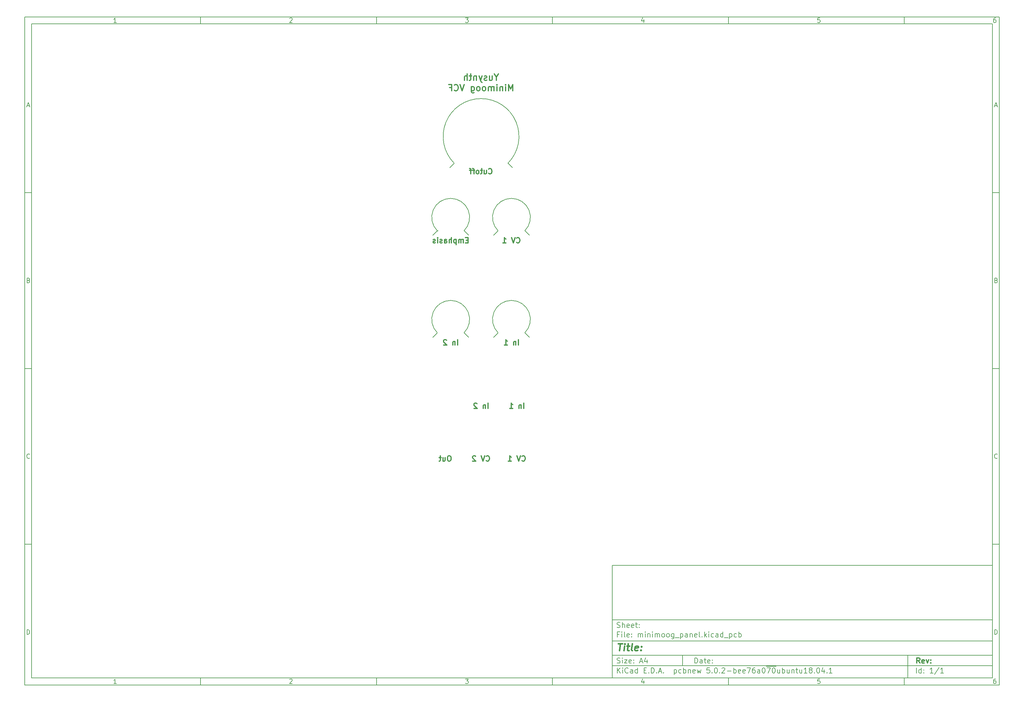
<source format=gbr>
G04 #@! TF.GenerationSoftware,KiCad,Pcbnew,5.0.2-bee76a0~70~ubuntu18.04.1*
G04 #@! TF.CreationDate,2019-05-15T10:05:18+10:00*
G04 #@! TF.ProjectId,minimoog_panel,6d696e69-6d6f-46f6-975f-70616e656c2e,rev?*
G04 #@! TF.SameCoordinates,Original*
G04 #@! TF.FileFunction,Legend,Bot*
G04 #@! TF.FilePolarity,Positive*
%FSLAX46Y46*%
G04 Gerber Fmt 4.6, Leading zero omitted, Abs format (unit mm)*
G04 Created by KiCad (PCBNEW 5.0.2-bee76a0~70~ubuntu18.04.1) date Wed 15 May 2019 10:05:18 AEST*
%MOMM*%
%LPD*%
G01*
G04 APERTURE LIST*
%ADD10C,0.100000*%
%ADD11C,0.150000*%
%ADD12C,0.300000*%
%ADD13C,0.400000*%
%ADD14C,0.200000*%
G04 APERTURE END LIST*
D10*
D11*
X177002200Y-166007200D02*
X177002200Y-198007200D01*
X285002200Y-198007200D01*
X285002200Y-166007200D01*
X177002200Y-166007200D01*
D10*
D11*
X10000000Y-10000000D02*
X10000000Y-200007200D01*
X287002200Y-200007200D01*
X287002200Y-10000000D01*
X10000000Y-10000000D01*
D10*
D11*
X12000000Y-12000000D02*
X12000000Y-198007200D01*
X285002200Y-198007200D01*
X285002200Y-12000000D01*
X12000000Y-12000000D01*
D10*
D11*
X60000000Y-12000000D02*
X60000000Y-10000000D01*
D10*
D11*
X110000000Y-12000000D02*
X110000000Y-10000000D01*
D10*
D11*
X160000000Y-12000000D02*
X160000000Y-10000000D01*
D10*
D11*
X210000000Y-12000000D02*
X210000000Y-10000000D01*
D10*
D11*
X260000000Y-12000000D02*
X260000000Y-10000000D01*
D10*
D11*
X36065476Y-11588095D02*
X35322619Y-11588095D01*
X35694047Y-11588095D02*
X35694047Y-10288095D01*
X35570238Y-10473809D01*
X35446428Y-10597619D01*
X35322619Y-10659523D01*
D10*
D11*
X85322619Y-10411904D02*
X85384523Y-10350000D01*
X85508333Y-10288095D01*
X85817857Y-10288095D01*
X85941666Y-10350000D01*
X86003571Y-10411904D01*
X86065476Y-10535714D01*
X86065476Y-10659523D01*
X86003571Y-10845238D01*
X85260714Y-11588095D01*
X86065476Y-11588095D01*
D10*
D11*
X135260714Y-10288095D02*
X136065476Y-10288095D01*
X135632142Y-10783333D01*
X135817857Y-10783333D01*
X135941666Y-10845238D01*
X136003571Y-10907142D01*
X136065476Y-11030952D01*
X136065476Y-11340476D01*
X136003571Y-11464285D01*
X135941666Y-11526190D01*
X135817857Y-11588095D01*
X135446428Y-11588095D01*
X135322619Y-11526190D01*
X135260714Y-11464285D01*
D10*
D11*
X185941666Y-10721428D02*
X185941666Y-11588095D01*
X185632142Y-10226190D02*
X185322619Y-11154761D01*
X186127380Y-11154761D01*
D10*
D11*
X236003571Y-10288095D02*
X235384523Y-10288095D01*
X235322619Y-10907142D01*
X235384523Y-10845238D01*
X235508333Y-10783333D01*
X235817857Y-10783333D01*
X235941666Y-10845238D01*
X236003571Y-10907142D01*
X236065476Y-11030952D01*
X236065476Y-11340476D01*
X236003571Y-11464285D01*
X235941666Y-11526190D01*
X235817857Y-11588095D01*
X235508333Y-11588095D01*
X235384523Y-11526190D01*
X235322619Y-11464285D01*
D10*
D11*
X285941666Y-10288095D02*
X285694047Y-10288095D01*
X285570238Y-10350000D01*
X285508333Y-10411904D01*
X285384523Y-10597619D01*
X285322619Y-10845238D01*
X285322619Y-11340476D01*
X285384523Y-11464285D01*
X285446428Y-11526190D01*
X285570238Y-11588095D01*
X285817857Y-11588095D01*
X285941666Y-11526190D01*
X286003571Y-11464285D01*
X286065476Y-11340476D01*
X286065476Y-11030952D01*
X286003571Y-10907142D01*
X285941666Y-10845238D01*
X285817857Y-10783333D01*
X285570238Y-10783333D01*
X285446428Y-10845238D01*
X285384523Y-10907142D01*
X285322619Y-11030952D01*
D10*
D11*
X60000000Y-198007200D02*
X60000000Y-200007200D01*
D10*
D11*
X110000000Y-198007200D02*
X110000000Y-200007200D01*
D10*
D11*
X160000000Y-198007200D02*
X160000000Y-200007200D01*
D10*
D11*
X210000000Y-198007200D02*
X210000000Y-200007200D01*
D10*
D11*
X260000000Y-198007200D02*
X260000000Y-200007200D01*
D10*
D11*
X36065476Y-199595295D02*
X35322619Y-199595295D01*
X35694047Y-199595295D02*
X35694047Y-198295295D01*
X35570238Y-198481009D01*
X35446428Y-198604819D01*
X35322619Y-198666723D01*
D10*
D11*
X85322619Y-198419104D02*
X85384523Y-198357200D01*
X85508333Y-198295295D01*
X85817857Y-198295295D01*
X85941666Y-198357200D01*
X86003571Y-198419104D01*
X86065476Y-198542914D01*
X86065476Y-198666723D01*
X86003571Y-198852438D01*
X85260714Y-199595295D01*
X86065476Y-199595295D01*
D10*
D11*
X135260714Y-198295295D02*
X136065476Y-198295295D01*
X135632142Y-198790533D01*
X135817857Y-198790533D01*
X135941666Y-198852438D01*
X136003571Y-198914342D01*
X136065476Y-199038152D01*
X136065476Y-199347676D01*
X136003571Y-199471485D01*
X135941666Y-199533390D01*
X135817857Y-199595295D01*
X135446428Y-199595295D01*
X135322619Y-199533390D01*
X135260714Y-199471485D01*
D10*
D11*
X185941666Y-198728628D02*
X185941666Y-199595295D01*
X185632142Y-198233390D02*
X185322619Y-199161961D01*
X186127380Y-199161961D01*
D10*
D11*
X236003571Y-198295295D02*
X235384523Y-198295295D01*
X235322619Y-198914342D01*
X235384523Y-198852438D01*
X235508333Y-198790533D01*
X235817857Y-198790533D01*
X235941666Y-198852438D01*
X236003571Y-198914342D01*
X236065476Y-199038152D01*
X236065476Y-199347676D01*
X236003571Y-199471485D01*
X235941666Y-199533390D01*
X235817857Y-199595295D01*
X235508333Y-199595295D01*
X235384523Y-199533390D01*
X235322619Y-199471485D01*
D10*
D11*
X285941666Y-198295295D02*
X285694047Y-198295295D01*
X285570238Y-198357200D01*
X285508333Y-198419104D01*
X285384523Y-198604819D01*
X285322619Y-198852438D01*
X285322619Y-199347676D01*
X285384523Y-199471485D01*
X285446428Y-199533390D01*
X285570238Y-199595295D01*
X285817857Y-199595295D01*
X285941666Y-199533390D01*
X286003571Y-199471485D01*
X286065476Y-199347676D01*
X286065476Y-199038152D01*
X286003571Y-198914342D01*
X285941666Y-198852438D01*
X285817857Y-198790533D01*
X285570238Y-198790533D01*
X285446428Y-198852438D01*
X285384523Y-198914342D01*
X285322619Y-199038152D01*
D10*
D11*
X10000000Y-60000000D02*
X12000000Y-60000000D01*
D10*
D11*
X10000000Y-110000000D02*
X12000000Y-110000000D01*
D10*
D11*
X10000000Y-160000000D02*
X12000000Y-160000000D01*
D10*
D11*
X10690476Y-35216666D02*
X11309523Y-35216666D01*
X10566666Y-35588095D02*
X11000000Y-34288095D01*
X11433333Y-35588095D01*
D10*
D11*
X11092857Y-84907142D02*
X11278571Y-84969047D01*
X11340476Y-85030952D01*
X11402380Y-85154761D01*
X11402380Y-85340476D01*
X11340476Y-85464285D01*
X11278571Y-85526190D01*
X11154761Y-85588095D01*
X10659523Y-85588095D01*
X10659523Y-84288095D01*
X11092857Y-84288095D01*
X11216666Y-84350000D01*
X11278571Y-84411904D01*
X11340476Y-84535714D01*
X11340476Y-84659523D01*
X11278571Y-84783333D01*
X11216666Y-84845238D01*
X11092857Y-84907142D01*
X10659523Y-84907142D01*
D10*
D11*
X11402380Y-135464285D02*
X11340476Y-135526190D01*
X11154761Y-135588095D01*
X11030952Y-135588095D01*
X10845238Y-135526190D01*
X10721428Y-135402380D01*
X10659523Y-135278571D01*
X10597619Y-135030952D01*
X10597619Y-134845238D01*
X10659523Y-134597619D01*
X10721428Y-134473809D01*
X10845238Y-134350000D01*
X11030952Y-134288095D01*
X11154761Y-134288095D01*
X11340476Y-134350000D01*
X11402380Y-134411904D01*
D10*
D11*
X10659523Y-185588095D02*
X10659523Y-184288095D01*
X10969047Y-184288095D01*
X11154761Y-184350000D01*
X11278571Y-184473809D01*
X11340476Y-184597619D01*
X11402380Y-184845238D01*
X11402380Y-185030952D01*
X11340476Y-185278571D01*
X11278571Y-185402380D01*
X11154761Y-185526190D01*
X10969047Y-185588095D01*
X10659523Y-185588095D01*
D10*
D11*
X287002200Y-60000000D02*
X285002200Y-60000000D01*
D10*
D11*
X287002200Y-110000000D02*
X285002200Y-110000000D01*
D10*
D11*
X287002200Y-160000000D02*
X285002200Y-160000000D01*
D10*
D11*
X285692676Y-35216666D02*
X286311723Y-35216666D01*
X285568866Y-35588095D02*
X286002200Y-34288095D01*
X286435533Y-35588095D01*
D10*
D11*
X286095057Y-84907142D02*
X286280771Y-84969047D01*
X286342676Y-85030952D01*
X286404580Y-85154761D01*
X286404580Y-85340476D01*
X286342676Y-85464285D01*
X286280771Y-85526190D01*
X286156961Y-85588095D01*
X285661723Y-85588095D01*
X285661723Y-84288095D01*
X286095057Y-84288095D01*
X286218866Y-84350000D01*
X286280771Y-84411904D01*
X286342676Y-84535714D01*
X286342676Y-84659523D01*
X286280771Y-84783333D01*
X286218866Y-84845238D01*
X286095057Y-84907142D01*
X285661723Y-84907142D01*
D10*
D11*
X286404580Y-135464285D02*
X286342676Y-135526190D01*
X286156961Y-135588095D01*
X286033152Y-135588095D01*
X285847438Y-135526190D01*
X285723628Y-135402380D01*
X285661723Y-135278571D01*
X285599819Y-135030952D01*
X285599819Y-134845238D01*
X285661723Y-134597619D01*
X285723628Y-134473809D01*
X285847438Y-134350000D01*
X286033152Y-134288095D01*
X286156961Y-134288095D01*
X286342676Y-134350000D01*
X286404580Y-134411904D01*
D10*
D11*
X285661723Y-185588095D02*
X285661723Y-184288095D01*
X285971247Y-184288095D01*
X286156961Y-184350000D01*
X286280771Y-184473809D01*
X286342676Y-184597619D01*
X286404580Y-184845238D01*
X286404580Y-185030952D01*
X286342676Y-185278571D01*
X286280771Y-185402380D01*
X286156961Y-185526190D01*
X285971247Y-185588095D01*
X285661723Y-185588095D01*
D10*
D11*
X200434342Y-193785771D02*
X200434342Y-192285771D01*
X200791485Y-192285771D01*
X201005771Y-192357200D01*
X201148628Y-192500057D01*
X201220057Y-192642914D01*
X201291485Y-192928628D01*
X201291485Y-193142914D01*
X201220057Y-193428628D01*
X201148628Y-193571485D01*
X201005771Y-193714342D01*
X200791485Y-193785771D01*
X200434342Y-193785771D01*
X202577200Y-193785771D02*
X202577200Y-193000057D01*
X202505771Y-192857200D01*
X202362914Y-192785771D01*
X202077200Y-192785771D01*
X201934342Y-192857200D01*
X202577200Y-193714342D02*
X202434342Y-193785771D01*
X202077200Y-193785771D01*
X201934342Y-193714342D01*
X201862914Y-193571485D01*
X201862914Y-193428628D01*
X201934342Y-193285771D01*
X202077200Y-193214342D01*
X202434342Y-193214342D01*
X202577200Y-193142914D01*
X203077200Y-192785771D02*
X203648628Y-192785771D01*
X203291485Y-192285771D02*
X203291485Y-193571485D01*
X203362914Y-193714342D01*
X203505771Y-193785771D01*
X203648628Y-193785771D01*
X204720057Y-193714342D02*
X204577200Y-193785771D01*
X204291485Y-193785771D01*
X204148628Y-193714342D01*
X204077200Y-193571485D01*
X204077200Y-193000057D01*
X204148628Y-192857200D01*
X204291485Y-192785771D01*
X204577200Y-192785771D01*
X204720057Y-192857200D01*
X204791485Y-193000057D01*
X204791485Y-193142914D01*
X204077200Y-193285771D01*
X205434342Y-193642914D02*
X205505771Y-193714342D01*
X205434342Y-193785771D01*
X205362914Y-193714342D01*
X205434342Y-193642914D01*
X205434342Y-193785771D01*
X205434342Y-192857200D02*
X205505771Y-192928628D01*
X205434342Y-193000057D01*
X205362914Y-192928628D01*
X205434342Y-192857200D01*
X205434342Y-193000057D01*
D10*
D11*
X177002200Y-194507200D02*
X285002200Y-194507200D01*
D10*
D11*
X178434342Y-196585771D02*
X178434342Y-195085771D01*
X179291485Y-196585771D02*
X178648628Y-195728628D01*
X179291485Y-195085771D02*
X178434342Y-195942914D01*
X179934342Y-196585771D02*
X179934342Y-195585771D01*
X179934342Y-195085771D02*
X179862914Y-195157200D01*
X179934342Y-195228628D01*
X180005771Y-195157200D01*
X179934342Y-195085771D01*
X179934342Y-195228628D01*
X181505771Y-196442914D02*
X181434342Y-196514342D01*
X181220057Y-196585771D01*
X181077200Y-196585771D01*
X180862914Y-196514342D01*
X180720057Y-196371485D01*
X180648628Y-196228628D01*
X180577200Y-195942914D01*
X180577200Y-195728628D01*
X180648628Y-195442914D01*
X180720057Y-195300057D01*
X180862914Y-195157200D01*
X181077200Y-195085771D01*
X181220057Y-195085771D01*
X181434342Y-195157200D01*
X181505771Y-195228628D01*
X182791485Y-196585771D02*
X182791485Y-195800057D01*
X182720057Y-195657200D01*
X182577200Y-195585771D01*
X182291485Y-195585771D01*
X182148628Y-195657200D01*
X182791485Y-196514342D02*
X182648628Y-196585771D01*
X182291485Y-196585771D01*
X182148628Y-196514342D01*
X182077200Y-196371485D01*
X182077200Y-196228628D01*
X182148628Y-196085771D01*
X182291485Y-196014342D01*
X182648628Y-196014342D01*
X182791485Y-195942914D01*
X184148628Y-196585771D02*
X184148628Y-195085771D01*
X184148628Y-196514342D02*
X184005771Y-196585771D01*
X183720057Y-196585771D01*
X183577200Y-196514342D01*
X183505771Y-196442914D01*
X183434342Y-196300057D01*
X183434342Y-195871485D01*
X183505771Y-195728628D01*
X183577200Y-195657200D01*
X183720057Y-195585771D01*
X184005771Y-195585771D01*
X184148628Y-195657200D01*
X186005771Y-195800057D02*
X186505771Y-195800057D01*
X186720057Y-196585771D02*
X186005771Y-196585771D01*
X186005771Y-195085771D01*
X186720057Y-195085771D01*
X187362914Y-196442914D02*
X187434342Y-196514342D01*
X187362914Y-196585771D01*
X187291485Y-196514342D01*
X187362914Y-196442914D01*
X187362914Y-196585771D01*
X188077200Y-196585771D02*
X188077200Y-195085771D01*
X188434342Y-195085771D01*
X188648628Y-195157200D01*
X188791485Y-195300057D01*
X188862914Y-195442914D01*
X188934342Y-195728628D01*
X188934342Y-195942914D01*
X188862914Y-196228628D01*
X188791485Y-196371485D01*
X188648628Y-196514342D01*
X188434342Y-196585771D01*
X188077200Y-196585771D01*
X189577200Y-196442914D02*
X189648628Y-196514342D01*
X189577200Y-196585771D01*
X189505771Y-196514342D01*
X189577200Y-196442914D01*
X189577200Y-196585771D01*
X190220057Y-196157200D02*
X190934342Y-196157200D01*
X190077200Y-196585771D02*
X190577200Y-195085771D01*
X191077200Y-196585771D01*
X191577200Y-196442914D02*
X191648628Y-196514342D01*
X191577200Y-196585771D01*
X191505771Y-196514342D01*
X191577200Y-196442914D01*
X191577200Y-196585771D01*
X194577200Y-195585771D02*
X194577200Y-197085771D01*
X194577200Y-195657200D02*
X194720057Y-195585771D01*
X195005771Y-195585771D01*
X195148628Y-195657200D01*
X195220057Y-195728628D01*
X195291485Y-195871485D01*
X195291485Y-196300057D01*
X195220057Y-196442914D01*
X195148628Y-196514342D01*
X195005771Y-196585771D01*
X194720057Y-196585771D01*
X194577200Y-196514342D01*
X196577200Y-196514342D02*
X196434342Y-196585771D01*
X196148628Y-196585771D01*
X196005771Y-196514342D01*
X195934342Y-196442914D01*
X195862914Y-196300057D01*
X195862914Y-195871485D01*
X195934342Y-195728628D01*
X196005771Y-195657200D01*
X196148628Y-195585771D01*
X196434342Y-195585771D01*
X196577200Y-195657200D01*
X197220057Y-196585771D02*
X197220057Y-195085771D01*
X197220057Y-195657200D02*
X197362914Y-195585771D01*
X197648628Y-195585771D01*
X197791485Y-195657200D01*
X197862914Y-195728628D01*
X197934342Y-195871485D01*
X197934342Y-196300057D01*
X197862914Y-196442914D01*
X197791485Y-196514342D01*
X197648628Y-196585771D01*
X197362914Y-196585771D01*
X197220057Y-196514342D01*
X198577200Y-195585771D02*
X198577200Y-196585771D01*
X198577200Y-195728628D02*
X198648628Y-195657200D01*
X198791485Y-195585771D01*
X199005771Y-195585771D01*
X199148628Y-195657200D01*
X199220057Y-195800057D01*
X199220057Y-196585771D01*
X200505771Y-196514342D02*
X200362914Y-196585771D01*
X200077200Y-196585771D01*
X199934342Y-196514342D01*
X199862914Y-196371485D01*
X199862914Y-195800057D01*
X199934342Y-195657200D01*
X200077200Y-195585771D01*
X200362914Y-195585771D01*
X200505771Y-195657200D01*
X200577200Y-195800057D01*
X200577200Y-195942914D01*
X199862914Y-196085771D01*
X201077200Y-195585771D02*
X201362914Y-196585771D01*
X201648628Y-195871485D01*
X201934342Y-196585771D01*
X202220057Y-195585771D01*
X204648628Y-195085771D02*
X203934342Y-195085771D01*
X203862914Y-195800057D01*
X203934342Y-195728628D01*
X204077200Y-195657200D01*
X204434342Y-195657200D01*
X204577200Y-195728628D01*
X204648628Y-195800057D01*
X204720057Y-195942914D01*
X204720057Y-196300057D01*
X204648628Y-196442914D01*
X204577200Y-196514342D01*
X204434342Y-196585771D01*
X204077200Y-196585771D01*
X203934342Y-196514342D01*
X203862914Y-196442914D01*
X205362914Y-196442914D02*
X205434342Y-196514342D01*
X205362914Y-196585771D01*
X205291485Y-196514342D01*
X205362914Y-196442914D01*
X205362914Y-196585771D01*
X206362914Y-195085771D02*
X206505771Y-195085771D01*
X206648628Y-195157200D01*
X206720057Y-195228628D01*
X206791485Y-195371485D01*
X206862914Y-195657200D01*
X206862914Y-196014342D01*
X206791485Y-196300057D01*
X206720057Y-196442914D01*
X206648628Y-196514342D01*
X206505771Y-196585771D01*
X206362914Y-196585771D01*
X206220057Y-196514342D01*
X206148628Y-196442914D01*
X206077200Y-196300057D01*
X206005771Y-196014342D01*
X206005771Y-195657200D01*
X206077200Y-195371485D01*
X206148628Y-195228628D01*
X206220057Y-195157200D01*
X206362914Y-195085771D01*
X207505771Y-196442914D02*
X207577200Y-196514342D01*
X207505771Y-196585771D01*
X207434342Y-196514342D01*
X207505771Y-196442914D01*
X207505771Y-196585771D01*
X208148628Y-195228628D02*
X208220057Y-195157200D01*
X208362914Y-195085771D01*
X208720057Y-195085771D01*
X208862914Y-195157200D01*
X208934342Y-195228628D01*
X209005771Y-195371485D01*
X209005771Y-195514342D01*
X208934342Y-195728628D01*
X208077200Y-196585771D01*
X209005771Y-196585771D01*
X209648628Y-196014342D02*
X210791485Y-196014342D01*
X211505771Y-196585771D02*
X211505771Y-195085771D01*
X211505771Y-195657200D02*
X211648628Y-195585771D01*
X211934342Y-195585771D01*
X212077200Y-195657200D01*
X212148628Y-195728628D01*
X212220057Y-195871485D01*
X212220057Y-196300057D01*
X212148628Y-196442914D01*
X212077200Y-196514342D01*
X211934342Y-196585771D01*
X211648628Y-196585771D01*
X211505771Y-196514342D01*
X213434342Y-196514342D02*
X213291485Y-196585771D01*
X213005771Y-196585771D01*
X212862914Y-196514342D01*
X212791485Y-196371485D01*
X212791485Y-195800057D01*
X212862914Y-195657200D01*
X213005771Y-195585771D01*
X213291485Y-195585771D01*
X213434342Y-195657200D01*
X213505771Y-195800057D01*
X213505771Y-195942914D01*
X212791485Y-196085771D01*
X214720057Y-196514342D02*
X214577200Y-196585771D01*
X214291485Y-196585771D01*
X214148628Y-196514342D01*
X214077200Y-196371485D01*
X214077200Y-195800057D01*
X214148628Y-195657200D01*
X214291485Y-195585771D01*
X214577200Y-195585771D01*
X214720057Y-195657200D01*
X214791485Y-195800057D01*
X214791485Y-195942914D01*
X214077200Y-196085771D01*
X215291485Y-195085771D02*
X216291485Y-195085771D01*
X215648628Y-196585771D01*
X217505771Y-195085771D02*
X217220057Y-195085771D01*
X217077200Y-195157200D01*
X217005771Y-195228628D01*
X216862914Y-195442914D01*
X216791485Y-195728628D01*
X216791485Y-196300057D01*
X216862914Y-196442914D01*
X216934342Y-196514342D01*
X217077200Y-196585771D01*
X217362914Y-196585771D01*
X217505771Y-196514342D01*
X217577200Y-196442914D01*
X217648628Y-196300057D01*
X217648628Y-195942914D01*
X217577200Y-195800057D01*
X217505771Y-195728628D01*
X217362914Y-195657200D01*
X217077200Y-195657200D01*
X216934342Y-195728628D01*
X216862914Y-195800057D01*
X216791485Y-195942914D01*
X218934342Y-196585771D02*
X218934342Y-195800057D01*
X218862914Y-195657200D01*
X218720057Y-195585771D01*
X218434342Y-195585771D01*
X218291485Y-195657200D01*
X218934342Y-196514342D02*
X218791485Y-196585771D01*
X218434342Y-196585771D01*
X218291485Y-196514342D01*
X218220057Y-196371485D01*
X218220057Y-196228628D01*
X218291485Y-196085771D01*
X218434342Y-196014342D01*
X218791485Y-196014342D01*
X218934342Y-195942914D01*
X219934342Y-195085771D02*
X220077200Y-195085771D01*
X220220057Y-195157200D01*
X220291485Y-195228628D01*
X220362914Y-195371485D01*
X220434342Y-195657200D01*
X220434342Y-196014342D01*
X220362914Y-196300057D01*
X220291485Y-196442914D01*
X220220057Y-196514342D01*
X220077200Y-196585771D01*
X219934342Y-196585771D01*
X219791485Y-196514342D01*
X219720057Y-196442914D01*
X219648628Y-196300057D01*
X219577200Y-196014342D01*
X219577200Y-195657200D01*
X219648628Y-195371485D01*
X219720057Y-195228628D01*
X219791485Y-195157200D01*
X219934342Y-195085771D01*
X220720057Y-194677200D02*
X222148628Y-194677200D01*
X220934342Y-195085771D02*
X221934342Y-195085771D01*
X221291485Y-196585771D01*
X222148628Y-194677200D02*
X223577200Y-194677200D01*
X222791485Y-195085771D02*
X222934342Y-195085771D01*
X223077200Y-195157200D01*
X223148628Y-195228628D01*
X223220057Y-195371485D01*
X223291485Y-195657200D01*
X223291485Y-196014342D01*
X223220057Y-196300057D01*
X223148628Y-196442914D01*
X223077200Y-196514342D01*
X222934342Y-196585771D01*
X222791485Y-196585771D01*
X222648628Y-196514342D01*
X222577200Y-196442914D01*
X222505771Y-196300057D01*
X222434342Y-196014342D01*
X222434342Y-195657200D01*
X222505771Y-195371485D01*
X222577200Y-195228628D01*
X222648628Y-195157200D01*
X222791485Y-195085771D01*
X224577200Y-195585771D02*
X224577200Y-196585771D01*
X223934342Y-195585771D02*
X223934342Y-196371485D01*
X224005771Y-196514342D01*
X224148628Y-196585771D01*
X224362914Y-196585771D01*
X224505771Y-196514342D01*
X224577200Y-196442914D01*
X225291485Y-196585771D02*
X225291485Y-195085771D01*
X225291485Y-195657200D02*
X225434342Y-195585771D01*
X225720057Y-195585771D01*
X225862914Y-195657200D01*
X225934342Y-195728628D01*
X226005771Y-195871485D01*
X226005771Y-196300057D01*
X225934342Y-196442914D01*
X225862914Y-196514342D01*
X225720057Y-196585771D01*
X225434342Y-196585771D01*
X225291485Y-196514342D01*
X227291485Y-195585771D02*
X227291485Y-196585771D01*
X226648628Y-195585771D02*
X226648628Y-196371485D01*
X226720057Y-196514342D01*
X226862914Y-196585771D01*
X227077200Y-196585771D01*
X227220057Y-196514342D01*
X227291485Y-196442914D01*
X228005771Y-195585771D02*
X228005771Y-196585771D01*
X228005771Y-195728628D02*
X228077200Y-195657200D01*
X228220057Y-195585771D01*
X228434342Y-195585771D01*
X228577200Y-195657200D01*
X228648628Y-195800057D01*
X228648628Y-196585771D01*
X229148628Y-195585771D02*
X229720057Y-195585771D01*
X229362914Y-195085771D02*
X229362914Y-196371485D01*
X229434342Y-196514342D01*
X229577200Y-196585771D01*
X229720057Y-196585771D01*
X230862914Y-195585771D02*
X230862914Y-196585771D01*
X230220057Y-195585771D02*
X230220057Y-196371485D01*
X230291485Y-196514342D01*
X230434342Y-196585771D01*
X230648628Y-196585771D01*
X230791485Y-196514342D01*
X230862914Y-196442914D01*
X232362914Y-196585771D02*
X231505771Y-196585771D01*
X231934342Y-196585771D02*
X231934342Y-195085771D01*
X231791485Y-195300057D01*
X231648628Y-195442914D01*
X231505771Y-195514342D01*
X233220057Y-195728628D02*
X233077200Y-195657200D01*
X233005771Y-195585771D01*
X232934342Y-195442914D01*
X232934342Y-195371485D01*
X233005771Y-195228628D01*
X233077200Y-195157200D01*
X233220057Y-195085771D01*
X233505771Y-195085771D01*
X233648628Y-195157200D01*
X233720057Y-195228628D01*
X233791485Y-195371485D01*
X233791485Y-195442914D01*
X233720057Y-195585771D01*
X233648628Y-195657200D01*
X233505771Y-195728628D01*
X233220057Y-195728628D01*
X233077200Y-195800057D01*
X233005771Y-195871485D01*
X232934342Y-196014342D01*
X232934342Y-196300057D01*
X233005771Y-196442914D01*
X233077200Y-196514342D01*
X233220057Y-196585771D01*
X233505771Y-196585771D01*
X233648628Y-196514342D01*
X233720057Y-196442914D01*
X233791485Y-196300057D01*
X233791485Y-196014342D01*
X233720057Y-195871485D01*
X233648628Y-195800057D01*
X233505771Y-195728628D01*
X234434342Y-196442914D02*
X234505771Y-196514342D01*
X234434342Y-196585771D01*
X234362914Y-196514342D01*
X234434342Y-196442914D01*
X234434342Y-196585771D01*
X235434342Y-195085771D02*
X235577200Y-195085771D01*
X235720057Y-195157200D01*
X235791485Y-195228628D01*
X235862914Y-195371485D01*
X235934342Y-195657200D01*
X235934342Y-196014342D01*
X235862914Y-196300057D01*
X235791485Y-196442914D01*
X235720057Y-196514342D01*
X235577200Y-196585771D01*
X235434342Y-196585771D01*
X235291485Y-196514342D01*
X235220057Y-196442914D01*
X235148628Y-196300057D01*
X235077200Y-196014342D01*
X235077200Y-195657200D01*
X235148628Y-195371485D01*
X235220057Y-195228628D01*
X235291485Y-195157200D01*
X235434342Y-195085771D01*
X237220057Y-195585771D02*
X237220057Y-196585771D01*
X236862914Y-195014342D02*
X236505771Y-196085771D01*
X237434342Y-196085771D01*
X238005771Y-196442914D02*
X238077199Y-196514342D01*
X238005771Y-196585771D01*
X237934342Y-196514342D01*
X238005771Y-196442914D01*
X238005771Y-196585771D01*
X239505771Y-196585771D02*
X238648628Y-196585771D01*
X239077200Y-196585771D02*
X239077200Y-195085771D01*
X238934342Y-195300057D01*
X238791485Y-195442914D01*
X238648628Y-195514342D01*
D10*
D11*
X177002200Y-191507200D02*
X285002200Y-191507200D01*
D10*
D12*
X264411485Y-193785771D02*
X263911485Y-193071485D01*
X263554342Y-193785771D02*
X263554342Y-192285771D01*
X264125771Y-192285771D01*
X264268628Y-192357200D01*
X264340057Y-192428628D01*
X264411485Y-192571485D01*
X264411485Y-192785771D01*
X264340057Y-192928628D01*
X264268628Y-193000057D01*
X264125771Y-193071485D01*
X263554342Y-193071485D01*
X265625771Y-193714342D02*
X265482914Y-193785771D01*
X265197200Y-193785771D01*
X265054342Y-193714342D01*
X264982914Y-193571485D01*
X264982914Y-193000057D01*
X265054342Y-192857200D01*
X265197200Y-192785771D01*
X265482914Y-192785771D01*
X265625771Y-192857200D01*
X265697200Y-193000057D01*
X265697200Y-193142914D01*
X264982914Y-193285771D01*
X266197200Y-192785771D02*
X266554342Y-193785771D01*
X266911485Y-192785771D01*
X267482914Y-193642914D02*
X267554342Y-193714342D01*
X267482914Y-193785771D01*
X267411485Y-193714342D01*
X267482914Y-193642914D01*
X267482914Y-193785771D01*
X267482914Y-192857200D02*
X267554342Y-192928628D01*
X267482914Y-193000057D01*
X267411485Y-192928628D01*
X267482914Y-192857200D01*
X267482914Y-193000057D01*
D10*
D11*
X178362914Y-193714342D02*
X178577200Y-193785771D01*
X178934342Y-193785771D01*
X179077200Y-193714342D01*
X179148628Y-193642914D01*
X179220057Y-193500057D01*
X179220057Y-193357200D01*
X179148628Y-193214342D01*
X179077200Y-193142914D01*
X178934342Y-193071485D01*
X178648628Y-193000057D01*
X178505771Y-192928628D01*
X178434342Y-192857200D01*
X178362914Y-192714342D01*
X178362914Y-192571485D01*
X178434342Y-192428628D01*
X178505771Y-192357200D01*
X178648628Y-192285771D01*
X179005771Y-192285771D01*
X179220057Y-192357200D01*
X179862914Y-193785771D02*
X179862914Y-192785771D01*
X179862914Y-192285771D02*
X179791485Y-192357200D01*
X179862914Y-192428628D01*
X179934342Y-192357200D01*
X179862914Y-192285771D01*
X179862914Y-192428628D01*
X180434342Y-192785771D02*
X181220057Y-192785771D01*
X180434342Y-193785771D01*
X181220057Y-193785771D01*
X182362914Y-193714342D02*
X182220057Y-193785771D01*
X181934342Y-193785771D01*
X181791485Y-193714342D01*
X181720057Y-193571485D01*
X181720057Y-193000057D01*
X181791485Y-192857200D01*
X181934342Y-192785771D01*
X182220057Y-192785771D01*
X182362914Y-192857200D01*
X182434342Y-193000057D01*
X182434342Y-193142914D01*
X181720057Y-193285771D01*
X183077200Y-193642914D02*
X183148628Y-193714342D01*
X183077200Y-193785771D01*
X183005771Y-193714342D01*
X183077200Y-193642914D01*
X183077200Y-193785771D01*
X183077200Y-192857200D02*
X183148628Y-192928628D01*
X183077200Y-193000057D01*
X183005771Y-192928628D01*
X183077200Y-192857200D01*
X183077200Y-193000057D01*
X184862914Y-193357200D02*
X185577200Y-193357200D01*
X184720057Y-193785771D02*
X185220057Y-192285771D01*
X185720057Y-193785771D01*
X186862914Y-192785771D02*
X186862914Y-193785771D01*
X186505771Y-192214342D02*
X186148628Y-193285771D01*
X187077200Y-193285771D01*
D10*
D11*
X263434342Y-196585771D02*
X263434342Y-195085771D01*
X264791485Y-196585771D02*
X264791485Y-195085771D01*
X264791485Y-196514342D02*
X264648628Y-196585771D01*
X264362914Y-196585771D01*
X264220057Y-196514342D01*
X264148628Y-196442914D01*
X264077200Y-196300057D01*
X264077200Y-195871485D01*
X264148628Y-195728628D01*
X264220057Y-195657200D01*
X264362914Y-195585771D01*
X264648628Y-195585771D01*
X264791485Y-195657200D01*
X265505771Y-196442914D02*
X265577200Y-196514342D01*
X265505771Y-196585771D01*
X265434342Y-196514342D01*
X265505771Y-196442914D01*
X265505771Y-196585771D01*
X265505771Y-195657200D02*
X265577200Y-195728628D01*
X265505771Y-195800057D01*
X265434342Y-195728628D01*
X265505771Y-195657200D01*
X265505771Y-195800057D01*
X268148628Y-196585771D02*
X267291485Y-196585771D01*
X267720057Y-196585771D02*
X267720057Y-195085771D01*
X267577200Y-195300057D01*
X267434342Y-195442914D01*
X267291485Y-195514342D01*
X269862914Y-195014342D02*
X268577200Y-196942914D01*
X271148628Y-196585771D02*
X270291485Y-196585771D01*
X270720057Y-196585771D02*
X270720057Y-195085771D01*
X270577200Y-195300057D01*
X270434342Y-195442914D01*
X270291485Y-195514342D01*
D10*
D11*
X177002200Y-187507200D02*
X285002200Y-187507200D01*
D10*
D13*
X178714580Y-188211961D02*
X179857438Y-188211961D01*
X179036009Y-190211961D02*
X179286009Y-188211961D01*
X180274104Y-190211961D02*
X180440771Y-188878628D01*
X180524104Y-188211961D02*
X180416961Y-188307200D01*
X180500295Y-188402438D01*
X180607438Y-188307200D01*
X180524104Y-188211961D01*
X180500295Y-188402438D01*
X181107438Y-188878628D02*
X181869342Y-188878628D01*
X181476485Y-188211961D02*
X181262200Y-189926247D01*
X181333628Y-190116723D01*
X181512200Y-190211961D01*
X181702676Y-190211961D01*
X182655057Y-190211961D02*
X182476485Y-190116723D01*
X182405057Y-189926247D01*
X182619342Y-188211961D01*
X184190771Y-190116723D02*
X183988390Y-190211961D01*
X183607438Y-190211961D01*
X183428866Y-190116723D01*
X183357438Y-189926247D01*
X183452676Y-189164342D01*
X183571723Y-188973866D01*
X183774104Y-188878628D01*
X184155057Y-188878628D01*
X184333628Y-188973866D01*
X184405057Y-189164342D01*
X184381247Y-189354819D01*
X183405057Y-189545295D01*
X185155057Y-190021485D02*
X185238390Y-190116723D01*
X185131247Y-190211961D01*
X185047914Y-190116723D01*
X185155057Y-190021485D01*
X185131247Y-190211961D01*
X185286009Y-188973866D02*
X185369342Y-189069104D01*
X185262200Y-189164342D01*
X185178866Y-189069104D01*
X185286009Y-188973866D01*
X185262200Y-189164342D01*
D10*
D11*
X178934342Y-185600057D02*
X178434342Y-185600057D01*
X178434342Y-186385771D02*
X178434342Y-184885771D01*
X179148628Y-184885771D01*
X179720057Y-186385771D02*
X179720057Y-185385771D01*
X179720057Y-184885771D02*
X179648628Y-184957200D01*
X179720057Y-185028628D01*
X179791485Y-184957200D01*
X179720057Y-184885771D01*
X179720057Y-185028628D01*
X180648628Y-186385771D02*
X180505771Y-186314342D01*
X180434342Y-186171485D01*
X180434342Y-184885771D01*
X181791485Y-186314342D02*
X181648628Y-186385771D01*
X181362914Y-186385771D01*
X181220057Y-186314342D01*
X181148628Y-186171485D01*
X181148628Y-185600057D01*
X181220057Y-185457200D01*
X181362914Y-185385771D01*
X181648628Y-185385771D01*
X181791485Y-185457200D01*
X181862914Y-185600057D01*
X181862914Y-185742914D01*
X181148628Y-185885771D01*
X182505771Y-186242914D02*
X182577200Y-186314342D01*
X182505771Y-186385771D01*
X182434342Y-186314342D01*
X182505771Y-186242914D01*
X182505771Y-186385771D01*
X182505771Y-185457200D02*
X182577200Y-185528628D01*
X182505771Y-185600057D01*
X182434342Y-185528628D01*
X182505771Y-185457200D01*
X182505771Y-185600057D01*
X184362914Y-186385771D02*
X184362914Y-185385771D01*
X184362914Y-185528628D02*
X184434342Y-185457200D01*
X184577200Y-185385771D01*
X184791485Y-185385771D01*
X184934342Y-185457200D01*
X185005771Y-185600057D01*
X185005771Y-186385771D01*
X185005771Y-185600057D02*
X185077200Y-185457200D01*
X185220057Y-185385771D01*
X185434342Y-185385771D01*
X185577200Y-185457200D01*
X185648628Y-185600057D01*
X185648628Y-186385771D01*
X186362914Y-186385771D02*
X186362914Y-185385771D01*
X186362914Y-184885771D02*
X186291485Y-184957200D01*
X186362914Y-185028628D01*
X186434342Y-184957200D01*
X186362914Y-184885771D01*
X186362914Y-185028628D01*
X187077200Y-185385771D02*
X187077200Y-186385771D01*
X187077200Y-185528628D02*
X187148628Y-185457200D01*
X187291485Y-185385771D01*
X187505771Y-185385771D01*
X187648628Y-185457200D01*
X187720057Y-185600057D01*
X187720057Y-186385771D01*
X188434342Y-186385771D02*
X188434342Y-185385771D01*
X188434342Y-184885771D02*
X188362914Y-184957200D01*
X188434342Y-185028628D01*
X188505771Y-184957200D01*
X188434342Y-184885771D01*
X188434342Y-185028628D01*
X189148628Y-186385771D02*
X189148628Y-185385771D01*
X189148628Y-185528628D02*
X189220057Y-185457200D01*
X189362914Y-185385771D01*
X189577200Y-185385771D01*
X189720057Y-185457200D01*
X189791485Y-185600057D01*
X189791485Y-186385771D01*
X189791485Y-185600057D02*
X189862914Y-185457200D01*
X190005771Y-185385771D01*
X190220057Y-185385771D01*
X190362914Y-185457200D01*
X190434342Y-185600057D01*
X190434342Y-186385771D01*
X191362914Y-186385771D02*
X191220057Y-186314342D01*
X191148628Y-186242914D01*
X191077200Y-186100057D01*
X191077200Y-185671485D01*
X191148628Y-185528628D01*
X191220057Y-185457200D01*
X191362914Y-185385771D01*
X191577200Y-185385771D01*
X191720057Y-185457200D01*
X191791485Y-185528628D01*
X191862914Y-185671485D01*
X191862914Y-186100057D01*
X191791485Y-186242914D01*
X191720057Y-186314342D01*
X191577200Y-186385771D01*
X191362914Y-186385771D01*
X192720057Y-186385771D02*
X192577200Y-186314342D01*
X192505771Y-186242914D01*
X192434342Y-186100057D01*
X192434342Y-185671485D01*
X192505771Y-185528628D01*
X192577200Y-185457200D01*
X192720057Y-185385771D01*
X192934342Y-185385771D01*
X193077200Y-185457200D01*
X193148628Y-185528628D01*
X193220057Y-185671485D01*
X193220057Y-186100057D01*
X193148628Y-186242914D01*
X193077200Y-186314342D01*
X192934342Y-186385771D01*
X192720057Y-186385771D01*
X194505771Y-185385771D02*
X194505771Y-186600057D01*
X194434342Y-186742914D01*
X194362914Y-186814342D01*
X194220057Y-186885771D01*
X194005771Y-186885771D01*
X193862914Y-186814342D01*
X194505771Y-186314342D02*
X194362914Y-186385771D01*
X194077200Y-186385771D01*
X193934342Y-186314342D01*
X193862914Y-186242914D01*
X193791485Y-186100057D01*
X193791485Y-185671485D01*
X193862914Y-185528628D01*
X193934342Y-185457200D01*
X194077200Y-185385771D01*
X194362914Y-185385771D01*
X194505771Y-185457200D01*
X194862914Y-186528628D02*
X196005771Y-186528628D01*
X196362914Y-185385771D02*
X196362914Y-186885771D01*
X196362914Y-185457200D02*
X196505771Y-185385771D01*
X196791485Y-185385771D01*
X196934342Y-185457200D01*
X197005771Y-185528628D01*
X197077200Y-185671485D01*
X197077200Y-186100057D01*
X197005771Y-186242914D01*
X196934342Y-186314342D01*
X196791485Y-186385771D01*
X196505771Y-186385771D01*
X196362914Y-186314342D01*
X198362914Y-186385771D02*
X198362914Y-185600057D01*
X198291485Y-185457200D01*
X198148628Y-185385771D01*
X197862914Y-185385771D01*
X197720057Y-185457200D01*
X198362914Y-186314342D02*
X198220057Y-186385771D01*
X197862914Y-186385771D01*
X197720057Y-186314342D01*
X197648628Y-186171485D01*
X197648628Y-186028628D01*
X197720057Y-185885771D01*
X197862914Y-185814342D01*
X198220057Y-185814342D01*
X198362914Y-185742914D01*
X199077200Y-185385771D02*
X199077200Y-186385771D01*
X199077200Y-185528628D02*
X199148628Y-185457200D01*
X199291485Y-185385771D01*
X199505771Y-185385771D01*
X199648628Y-185457200D01*
X199720057Y-185600057D01*
X199720057Y-186385771D01*
X201005771Y-186314342D02*
X200862914Y-186385771D01*
X200577200Y-186385771D01*
X200434342Y-186314342D01*
X200362914Y-186171485D01*
X200362914Y-185600057D01*
X200434342Y-185457200D01*
X200577200Y-185385771D01*
X200862914Y-185385771D01*
X201005771Y-185457200D01*
X201077200Y-185600057D01*
X201077200Y-185742914D01*
X200362914Y-185885771D01*
X201934342Y-186385771D02*
X201791485Y-186314342D01*
X201720057Y-186171485D01*
X201720057Y-184885771D01*
X202505771Y-186242914D02*
X202577200Y-186314342D01*
X202505771Y-186385771D01*
X202434342Y-186314342D01*
X202505771Y-186242914D01*
X202505771Y-186385771D01*
X203220057Y-186385771D02*
X203220057Y-184885771D01*
X203362914Y-185814342D02*
X203791485Y-186385771D01*
X203791485Y-185385771D02*
X203220057Y-185957200D01*
X204434342Y-186385771D02*
X204434342Y-185385771D01*
X204434342Y-184885771D02*
X204362914Y-184957200D01*
X204434342Y-185028628D01*
X204505771Y-184957200D01*
X204434342Y-184885771D01*
X204434342Y-185028628D01*
X205791485Y-186314342D02*
X205648628Y-186385771D01*
X205362914Y-186385771D01*
X205220057Y-186314342D01*
X205148628Y-186242914D01*
X205077200Y-186100057D01*
X205077200Y-185671485D01*
X205148628Y-185528628D01*
X205220057Y-185457200D01*
X205362914Y-185385771D01*
X205648628Y-185385771D01*
X205791485Y-185457200D01*
X207077200Y-186385771D02*
X207077200Y-185600057D01*
X207005771Y-185457200D01*
X206862914Y-185385771D01*
X206577200Y-185385771D01*
X206434342Y-185457200D01*
X207077200Y-186314342D02*
X206934342Y-186385771D01*
X206577200Y-186385771D01*
X206434342Y-186314342D01*
X206362914Y-186171485D01*
X206362914Y-186028628D01*
X206434342Y-185885771D01*
X206577200Y-185814342D01*
X206934342Y-185814342D01*
X207077200Y-185742914D01*
X208434342Y-186385771D02*
X208434342Y-184885771D01*
X208434342Y-186314342D02*
X208291485Y-186385771D01*
X208005771Y-186385771D01*
X207862914Y-186314342D01*
X207791485Y-186242914D01*
X207720057Y-186100057D01*
X207720057Y-185671485D01*
X207791485Y-185528628D01*
X207862914Y-185457200D01*
X208005771Y-185385771D01*
X208291485Y-185385771D01*
X208434342Y-185457200D01*
X208791485Y-186528628D02*
X209934342Y-186528628D01*
X210291485Y-185385771D02*
X210291485Y-186885771D01*
X210291485Y-185457200D02*
X210434342Y-185385771D01*
X210720057Y-185385771D01*
X210862914Y-185457200D01*
X210934342Y-185528628D01*
X211005771Y-185671485D01*
X211005771Y-186100057D01*
X210934342Y-186242914D01*
X210862914Y-186314342D01*
X210720057Y-186385771D01*
X210434342Y-186385771D01*
X210291485Y-186314342D01*
X212291485Y-186314342D02*
X212148628Y-186385771D01*
X211862914Y-186385771D01*
X211720057Y-186314342D01*
X211648628Y-186242914D01*
X211577200Y-186100057D01*
X211577200Y-185671485D01*
X211648628Y-185528628D01*
X211720057Y-185457200D01*
X211862914Y-185385771D01*
X212148628Y-185385771D01*
X212291485Y-185457200D01*
X212934342Y-186385771D02*
X212934342Y-184885771D01*
X212934342Y-185457200D02*
X213077200Y-185385771D01*
X213362914Y-185385771D01*
X213505771Y-185457200D01*
X213577200Y-185528628D01*
X213648628Y-185671485D01*
X213648628Y-186100057D01*
X213577200Y-186242914D01*
X213505771Y-186314342D01*
X213362914Y-186385771D01*
X213077200Y-186385771D01*
X212934342Y-186314342D01*
D10*
D11*
X177002200Y-181507200D02*
X285002200Y-181507200D01*
D10*
D11*
X178362914Y-183614342D02*
X178577200Y-183685771D01*
X178934342Y-183685771D01*
X179077200Y-183614342D01*
X179148628Y-183542914D01*
X179220057Y-183400057D01*
X179220057Y-183257200D01*
X179148628Y-183114342D01*
X179077200Y-183042914D01*
X178934342Y-182971485D01*
X178648628Y-182900057D01*
X178505771Y-182828628D01*
X178434342Y-182757200D01*
X178362914Y-182614342D01*
X178362914Y-182471485D01*
X178434342Y-182328628D01*
X178505771Y-182257200D01*
X178648628Y-182185771D01*
X179005771Y-182185771D01*
X179220057Y-182257200D01*
X179862914Y-183685771D02*
X179862914Y-182185771D01*
X180505771Y-183685771D02*
X180505771Y-182900057D01*
X180434342Y-182757200D01*
X180291485Y-182685771D01*
X180077200Y-182685771D01*
X179934342Y-182757200D01*
X179862914Y-182828628D01*
X181791485Y-183614342D02*
X181648628Y-183685771D01*
X181362914Y-183685771D01*
X181220057Y-183614342D01*
X181148628Y-183471485D01*
X181148628Y-182900057D01*
X181220057Y-182757200D01*
X181362914Y-182685771D01*
X181648628Y-182685771D01*
X181791485Y-182757200D01*
X181862914Y-182900057D01*
X181862914Y-183042914D01*
X181148628Y-183185771D01*
X183077200Y-183614342D02*
X182934342Y-183685771D01*
X182648628Y-183685771D01*
X182505771Y-183614342D01*
X182434342Y-183471485D01*
X182434342Y-182900057D01*
X182505771Y-182757200D01*
X182648628Y-182685771D01*
X182934342Y-182685771D01*
X183077200Y-182757200D01*
X183148628Y-182900057D01*
X183148628Y-183042914D01*
X182434342Y-183185771D01*
X183577200Y-182685771D02*
X184148628Y-182685771D01*
X183791485Y-182185771D02*
X183791485Y-183471485D01*
X183862914Y-183614342D01*
X184005771Y-183685771D01*
X184148628Y-183685771D01*
X184648628Y-183542914D02*
X184720057Y-183614342D01*
X184648628Y-183685771D01*
X184577200Y-183614342D01*
X184648628Y-183542914D01*
X184648628Y-183685771D01*
X184648628Y-182757200D02*
X184720057Y-182828628D01*
X184648628Y-182900057D01*
X184577200Y-182828628D01*
X184648628Y-182757200D01*
X184648628Y-182900057D01*
D10*
D11*
X197002200Y-191507200D02*
X197002200Y-194507200D01*
D10*
D11*
X261002200Y-191507200D02*
X261002200Y-198007200D01*
D14*
X127508000Y-70739000D02*
X127381000Y-70866000D01*
D12*
X144071428Y-27159142D02*
X144071428Y-28016285D01*
X144671428Y-26216285D02*
X144071428Y-27159142D01*
X143471428Y-26216285D01*
X142100000Y-26816285D02*
X142100000Y-28016285D01*
X142871428Y-26816285D02*
X142871428Y-27759142D01*
X142785714Y-27930571D01*
X142614285Y-28016285D01*
X142357142Y-28016285D01*
X142185714Y-27930571D01*
X142100000Y-27844857D01*
X141328571Y-27930571D02*
X141157142Y-28016285D01*
X140814285Y-28016285D01*
X140642857Y-27930571D01*
X140557142Y-27759142D01*
X140557142Y-27673428D01*
X140642857Y-27502000D01*
X140814285Y-27416285D01*
X141071428Y-27416285D01*
X141242857Y-27330571D01*
X141328571Y-27159142D01*
X141328571Y-27073428D01*
X141242857Y-26902000D01*
X141071428Y-26816285D01*
X140814285Y-26816285D01*
X140642857Y-26902000D01*
X139957142Y-26816285D02*
X139528571Y-28016285D01*
X139100000Y-26816285D02*
X139528571Y-28016285D01*
X139700000Y-28444857D01*
X139785714Y-28530571D01*
X139957142Y-28616285D01*
X138414285Y-26816285D02*
X138414285Y-28016285D01*
X138414285Y-26987714D02*
X138328571Y-26902000D01*
X138157142Y-26816285D01*
X137900000Y-26816285D01*
X137728571Y-26902000D01*
X137642857Y-27073428D01*
X137642857Y-28016285D01*
X137042857Y-26816285D02*
X136357142Y-26816285D01*
X136785714Y-26216285D02*
X136785714Y-27759142D01*
X136700000Y-27930571D01*
X136528571Y-28016285D01*
X136357142Y-28016285D01*
X135757142Y-28016285D02*
X135757142Y-26216285D01*
X134985714Y-28016285D02*
X134985714Y-27073428D01*
X135071428Y-26902000D01*
X135242857Y-26816285D01*
X135500000Y-26816285D01*
X135671428Y-26902000D01*
X135757142Y-26987714D01*
X148742857Y-31016285D02*
X148742857Y-29216285D01*
X148142857Y-30502000D01*
X147542857Y-29216285D01*
X147542857Y-31016285D01*
X146685714Y-31016285D02*
X146685714Y-29816285D01*
X146685714Y-29216285D02*
X146771428Y-29302000D01*
X146685714Y-29387714D01*
X146600000Y-29302000D01*
X146685714Y-29216285D01*
X146685714Y-29387714D01*
X145828571Y-29816285D02*
X145828571Y-31016285D01*
X145828571Y-29987714D02*
X145742857Y-29902000D01*
X145571428Y-29816285D01*
X145314285Y-29816285D01*
X145142857Y-29902000D01*
X145057142Y-30073428D01*
X145057142Y-31016285D01*
X144200000Y-31016285D02*
X144200000Y-29816285D01*
X144200000Y-29216285D02*
X144285714Y-29302000D01*
X144200000Y-29387714D01*
X144114285Y-29302000D01*
X144200000Y-29216285D01*
X144200000Y-29387714D01*
X143342857Y-31016285D02*
X143342857Y-29816285D01*
X143342857Y-29987714D02*
X143257142Y-29902000D01*
X143085714Y-29816285D01*
X142828571Y-29816285D01*
X142657142Y-29902000D01*
X142571428Y-30073428D01*
X142571428Y-31016285D01*
X142571428Y-30073428D02*
X142485714Y-29902000D01*
X142314285Y-29816285D01*
X142057142Y-29816285D01*
X141885714Y-29902000D01*
X141800000Y-30073428D01*
X141800000Y-31016285D01*
X140685714Y-31016285D02*
X140857142Y-30930571D01*
X140942857Y-30844857D01*
X141028571Y-30673428D01*
X141028571Y-30159142D01*
X140942857Y-29987714D01*
X140857142Y-29902000D01*
X140685714Y-29816285D01*
X140428571Y-29816285D01*
X140257142Y-29902000D01*
X140171428Y-29987714D01*
X140085714Y-30159142D01*
X140085714Y-30673428D01*
X140171428Y-30844857D01*
X140257142Y-30930571D01*
X140428571Y-31016285D01*
X140685714Y-31016285D01*
X139057142Y-31016285D02*
X139228571Y-30930571D01*
X139314285Y-30844857D01*
X139400000Y-30673428D01*
X139400000Y-30159142D01*
X139314285Y-29987714D01*
X139228571Y-29902000D01*
X139057142Y-29816285D01*
X138800000Y-29816285D01*
X138628571Y-29902000D01*
X138542857Y-29987714D01*
X138457142Y-30159142D01*
X138457142Y-30673428D01*
X138542857Y-30844857D01*
X138628571Y-30930571D01*
X138800000Y-31016285D01*
X139057142Y-31016285D01*
X136914285Y-29816285D02*
X136914285Y-31273428D01*
X137000000Y-31444857D01*
X137085714Y-31530571D01*
X137257142Y-31616285D01*
X137514285Y-31616285D01*
X137685714Y-31530571D01*
X136914285Y-30930571D02*
X137085714Y-31016285D01*
X137428571Y-31016285D01*
X137600000Y-30930571D01*
X137685714Y-30844857D01*
X137771428Y-30673428D01*
X137771428Y-30159142D01*
X137685714Y-29987714D01*
X137600000Y-29902000D01*
X137428571Y-29816285D01*
X137085714Y-29816285D01*
X136914285Y-29902000D01*
X134942857Y-29216285D02*
X134342857Y-31016285D01*
X133742857Y-29216285D01*
X132114285Y-30844857D02*
X132200000Y-30930571D01*
X132457142Y-31016285D01*
X132628571Y-31016285D01*
X132885714Y-30930571D01*
X133057142Y-30759142D01*
X133142857Y-30587714D01*
X133228571Y-30244857D01*
X133228571Y-29987714D01*
X133142857Y-29644857D01*
X133057142Y-29473428D01*
X132885714Y-29302000D01*
X132628571Y-29216285D01*
X132457142Y-29216285D01*
X132200000Y-29302000D01*
X132114285Y-29387714D01*
X130742857Y-30073428D02*
X131342857Y-30073428D01*
X131342857Y-31016285D02*
X131342857Y-29216285D01*
X130485714Y-29216285D01*
D11*
G04 #@! TO.C,CV 1*
X152146000Y-70802500D02*
G75*
G03X144526000Y-70802500I-3810000J3810000D01*
G01*
X144526000Y-70802500D02*
X143256000Y-72072500D01*
X152146000Y-70802500D02*
X153416000Y-72072500D01*
G04 #@! TO.C,Emphasis*
X134874000Y-70802500D02*
G75*
G03X127254000Y-70802500I-3810000J3810000D01*
G01*
X127254000Y-70802500D02*
X125984000Y-72072500D01*
X134874000Y-70802500D02*
X136144000Y-72072500D01*
G04 #@! TO.C,In 1*
X152146000Y-99822000D02*
X153416000Y-101092000D01*
X144526000Y-99822000D02*
X143256000Y-101092000D01*
X152146000Y-99822000D02*
G75*
G03X144526000Y-99822000I-3810000J3810000D01*
G01*
G04 #@! TO.C,In 2*
X134874000Y-99822000D02*
G75*
G03X127254000Y-99822000I-3810000J3810000D01*
G01*
X127254000Y-99822000D02*
X125984000Y-101092000D01*
X134874000Y-99822000D02*
X136144000Y-101092000D01*
G04 #@! TO.C,Cutoff*
X147319999Y-51625499D02*
G75*
G03X132080001Y-51625499I-7619999J7619999D01*
G01*
X132080000Y-51625500D02*
X130810000Y-52895500D01*
X147320000Y-51625500D02*
X148590000Y-52895500D01*
G04 #@! TO.C,In 2*
D12*
X141664285Y-121328571D02*
X141664285Y-119828571D01*
X140950000Y-120328571D02*
X140950000Y-121328571D01*
X140950000Y-120471428D02*
X140878571Y-120400000D01*
X140735714Y-120328571D01*
X140521428Y-120328571D01*
X140378571Y-120400000D01*
X140307142Y-120542857D01*
X140307142Y-121328571D01*
X138521428Y-119971428D02*
X138450000Y-119900000D01*
X138307142Y-119828571D01*
X137950000Y-119828571D01*
X137807142Y-119900000D01*
X137735714Y-119971428D01*
X137664285Y-120114285D01*
X137664285Y-120257142D01*
X137735714Y-120471428D01*
X138592857Y-121328571D01*
X137664285Y-121328571D01*
G04 #@! TO.C,In 1*
X151824285Y-121328571D02*
X151824285Y-119828571D01*
X151110000Y-120328571D02*
X151110000Y-121328571D01*
X151110000Y-120471428D02*
X151038571Y-120400000D01*
X150895714Y-120328571D01*
X150681428Y-120328571D01*
X150538571Y-120400000D01*
X150467142Y-120542857D01*
X150467142Y-121328571D01*
X147824285Y-121328571D02*
X148681428Y-121328571D01*
X148252857Y-121328571D02*
X148252857Y-119828571D01*
X148395714Y-120042857D01*
X148538571Y-120185714D01*
X148681428Y-120257142D01*
G04 #@! TO.C,CV 1*
X149800285Y-74132214D02*
X149871714Y-74203642D01*
X150086000Y-74275071D01*
X150228857Y-74275071D01*
X150443142Y-74203642D01*
X150586000Y-74060785D01*
X150657428Y-73917928D01*
X150728857Y-73632214D01*
X150728857Y-73417928D01*
X150657428Y-73132214D01*
X150586000Y-72989357D01*
X150443142Y-72846500D01*
X150228857Y-72775071D01*
X150086000Y-72775071D01*
X149871714Y-72846500D01*
X149800285Y-72917928D01*
X149371714Y-72775071D02*
X148871714Y-74275071D01*
X148371714Y-72775071D01*
X145943142Y-74275071D02*
X146800285Y-74275071D01*
X146371714Y-74275071D02*
X146371714Y-72775071D01*
X146514571Y-72989357D01*
X146657428Y-73132214D01*
X146800285Y-73203642D01*
G04 #@! TO.C,Emphasis*
X135992571Y-73489357D02*
X135492571Y-73489357D01*
X135278285Y-74275071D02*
X135992571Y-74275071D01*
X135992571Y-72775071D01*
X135278285Y-72775071D01*
X134635428Y-74275071D02*
X134635428Y-73275071D01*
X134635428Y-73417928D02*
X134564000Y-73346500D01*
X134421142Y-73275071D01*
X134206857Y-73275071D01*
X134064000Y-73346500D01*
X133992571Y-73489357D01*
X133992571Y-74275071D01*
X133992571Y-73489357D02*
X133921142Y-73346500D01*
X133778285Y-73275071D01*
X133564000Y-73275071D01*
X133421142Y-73346500D01*
X133349714Y-73489357D01*
X133349714Y-74275071D01*
X132635428Y-73275071D02*
X132635428Y-74775071D01*
X132635428Y-73346500D02*
X132492571Y-73275071D01*
X132206857Y-73275071D01*
X132064000Y-73346500D01*
X131992571Y-73417928D01*
X131921142Y-73560785D01*
X131921142Y-73989357D01*
X131992571Y-74132214D01*
X132064000Y-74203642D01*
X132206857Y-74275071D01*
X132492571Y-74275071D01*
X132635428Y-74203642D01*
X131278285Y-74275071D02*
X131278285Y-72775071D01*
X130635428Y-74275071D02*
X130635428Y-73489357D01*
X130706857Y-73346500D01*
X130849714Y-73275071D01*
X131064000Y-73275071D01*
X131206857Y-73346500D01*
X131278285Y-73417928D01*
X129278285Y-74275071D02*
X129278285Y-73489357D01*
X129349714Y-73346500D01*
X129492571Y-73275071D01*
X129778285Y-73275071D01*
X129921142Y-73346500D01*
X129278285Y-74203642D02*
X129421142Y-74275071D01*
X129778285Y-74275071D01*
X129921142Y-74203642D01*
X129992571Y-74060785D01*
X129992571Y-73917928D01*
X129921142Y-73775071D01*
X129778285Y-73703642D01*
X129421142Y-73703642D01*
X129278285Y-73632214D01*
X128635428Y-74203642D02*
X128492571Y-74275071D01*
X128206857Y-74275071D01*
X128064000Y-74203642D01*
X127992571Y-74060785D01*
X127992571Y-73989357D01*
X128064000Y-73846500D01*
X128206857Y-73775071D01*
X128421142Y-73775071D01*
X128564000Y-73703642D01*
X128635428Y-73560785D01*
X128635428Y-73489357D01*
X128564000Y-73346500D01*
X128421142Y-73275071D01*
X128206857Y-73275071D01*
X128064000Y-73346500D01*
X127349714Y-74275071D02*
X127349714Y-73275071D01*
X127349714Y-72775071D02*
X127421142Y-72846500D01*
X127349714Y-72917928D01*
X127278285Y-72846500D01*
X127349714Y-72775071D01*
X127349714Y-72917928D01*
X126706857Y-74203642D02*
X126564000Y-74275071D01*
X126278285Y-74275071D01*
X126135428Y-74203642D01*
X126064000Y-74060785D01*
X126064000Y-73989357D01*
X126135428Y-73846500D01*
X126278285Y-73775071D01*
X126492571Y-73775071D01*
X126635428Y-73703642D01*
X126706857Y-73560785D01*
X126706857Y-73489357D01*
X126635428Y-73346500D01*
X126492571Y-73275071D01*
X126278285Y-73275071D01*
X126135428Y-73346500D01*
G04 #@! TO.C,In 1*
X150300285Y-103294571D02*
X150300285Y-101794571D01*
X149586000Y-102294571D02*
X149586000Y-103294571D01*
X149586000Y-102437428D02*
X149514571Y-102366000D01*
X149371714Y-102294571D01*
X149157428Y-102294571D01*
X149014571Y-102366000D01*
X148943142Y-102508857D01*
X148943142Y-103294571D01*
X146300285Y-103294571D02*
X147157428Y-103294571D01*
X146728857Y-103294571D02*
X146728857Y-101794571D01*
X146871714Y-102008857D01*
X147014571Y-102151714D01*
X147157428Y-102223142D01*
G04 #@! TO.C,CV 2*
X141164285Y-136171714D02*
X141235714Y-136243142D01*
X141450000Y-136314571D01*
X141592857Y-136314571D01*
X141807142Y-136243142D01*
X141950000Y-136100285D01*
X142021428Y-135957428D01*
X142092857Y-135671714D01*
X142092857Y-135457428D01*
X142021428Y-135171714D01*
X141950000Y-135028857D01*
X141807142Y-134886000D01*
X141592857Y-134814571D01*
X141450000Y-134814571D01*
X141235714Y-134886000D01*
X141164285Y-134957428D01*
X140735714Y-134814571D02*
X140235714Y-136314571D01*
X139735714Y-134814571D01*
X138164285Y-134957428D02*
X138092857Y-134886000D01*
X137950000Y-134814571D01*
X137592857Y-134814571D01*
X137450000Y-134886000D01*
X137378571Y-134957428D01*
X137307142Y-135100285D01*
X137307142Y-135243142D01*
X137378571Y-135457428D01*
X138235714Y-136314571D01*
X137307142Y-136314571D01*
G04 #@! TO.C,Out*
X130790000Y-134814571D02*
X130504285Y-134814571D01*
X130361428Y-134886000D01*
X130218571Y-135028857D01*
X130147142Y-135314571D01*
X130147142Y-135814571D01*
X130218571Y-136100285D01*
X130361428Y-136243142D01*
X130504285Y-136314571D01*
X130790000Y-136314571D01*
X130932857Y-136243142D01*
X131075714Y-136100285D01*
X131147142Y-135814571D01*
X131147142Y-135314571D01*
X131075714Y-135028857D01*
X130932857Y-134886000D01*
X130790000Y-134814571D01*
X128861428Y-135314571D02*
X128861428Y-136314571D01*
X129504285Y-135314571D02*
X129504285Y-136100285D01*
X129432857Y-136243142D01*
X129290000Y-136314571D01*
X129075714Y-136314571D01*
X128932857Y-136243142D01*
X128861428Y-136171714D01*
X128361428Y-135314571D02*
X127790000Y-135314571D01*
X128147142Y-134814571D02*
X128147142Y-136100285D01*
X128075714Y-136243142D01*
X127932857Y-136314571D01*
X127790000Y-136314571D01*
G04 #@! TO.C,CV 1*
X151324285Y-136171714D02*
X151395714Y-136243142D01*
X151610000Y-136314571D01*
X151752857Y-136314571D01*
X151967142Y-136243142D01*
X152110000Y-136100285D01*
X152181428Y-135957428D01*
X152252857Y-135671714D01*
X152252857Y-135457428D01*
X152181428Y-135171714D01*
X152110000Y-135028857D01*
X151967142Y-134886000D01*
X151752857Y-134814571D01*
X151610000Y-134814571D01*
X151395714Y-134886000D01*
X151324285Y-134957428D01*
X150895714Y-134814571D02*
X150395714Y-136314571D01*
X149895714Y-134814571D01*
X147467142Y-136314571D02*
X148324285Y-136314571D01*
X147895714Y-136314571D02*
X147895714Y-134814571D01*
X148038571Y-135028857D01*
X148181428Y-135171714D01*
X148324285Y-135243142D01*
G04 #@! TO.C,In 2*
X133028285Y-103294571D02*
X133028285Y-101794571D01*
X132314000Y-102294571D02*
X132314000Y-103294571D01*
X132314000Y-102437428D02*
X132242571Y-102366000D01*
X132099714Y-102294571D01*
X131885428Y-102294571D01*
X131742571Y-102366000D01*
X131671142Y-102508857D01*
X131671142Y-103294571D01*
X129885428Y-101937428D02*
X129814000Y-101866000D01*
X129671142Y-101794571D01*
X129314000Y-101794571D01*
X129171142Y-101866000D01*
X129099714Y-101937428D01*
X129028285Y-102080285D01*
X129028285Y-102223142D01*
X129099714Y-102437428D01*
X129956857Y-103294571D01*
X129028285Y-103294571D01*
G04 #@! TO.C,Cutoff*
X141878571Y-54510714D02*
X141950000Y-54582142D01*
X142164285Y-54653571D01*
X142307142Y-54653571D01*
X142521428Y-54582142D01*
X142664285Y-54439285D01*
X142735714Y-54296428D01*
X142807142Y-54010714D01*
X142807142Y-53796428D01*
X142735714Y-53510714D01*
X142664285Y-53367857D01*
X142521428Y-53225000D01*
X142307142Y-53153571D01*
X142164285Y-53153571D01*
X141950000Y-53225000D01*
X141878571Y-53296428D01*
X140592857Y-53653571D02*
X140592857Y-54653571D01*
X141235714Y-53653571D02*
X141235714Y-54439285D01*
X141164285Y-54582142D01*
X141021428Y-54653571D01*
X140807142Y-54653571D01*
X140664285Y-54582142D01*
X140592857Y-54510714D01*
X140092857Y-53653571D02*
X139521428Y-53653571D01*
X139878571Y-53153571D02*
X139878571Y-54439285D01*
X139807142Y-54582142D01*
X139664285Y-54653571D01*
X139521428Y-54653571D01*
X138807142Y-54653571D02*
X138950000Y-54582142D01*
X139021428Y-54510714D01*
X139092857Y-54367857D01*
X139092857Y-53939285D01*
X139021428Y-53796428D01*
X138950000Y-53725000D01*
X138807142Y-53653571D01*
X138592857Y-53653571D01*
X138450000Y-53725000D01*
X138378571Y-53796428D01*
X138307142Y-53939285D01*
X138307142Y-54367857D01*
X138378571Y-54510714D01*
X138450000Y-54582142D01*
X138592857Y-54653571D01*
X138807142Y-54653571D01*
X137878571Y-53653571D02*
X137307142Y-53653571D01*
X137664285Y-54653571D02*
X137664285Y-53367857D01*
X137592857Y-53225000D01*
X137450000Y-53153571D01*
X137307142Y-53153571D01*
X137021428Y-53653571D02*
X136450000Y-53653571D01*
X136807142Y-54653571D02*
X136807142Y-53367857D01*
X136735714Y-53225000D01*
X136592857Y-53153571D01*
X136450000Y-53153571D01*
G04 #@! TD*
M02*

</source>
